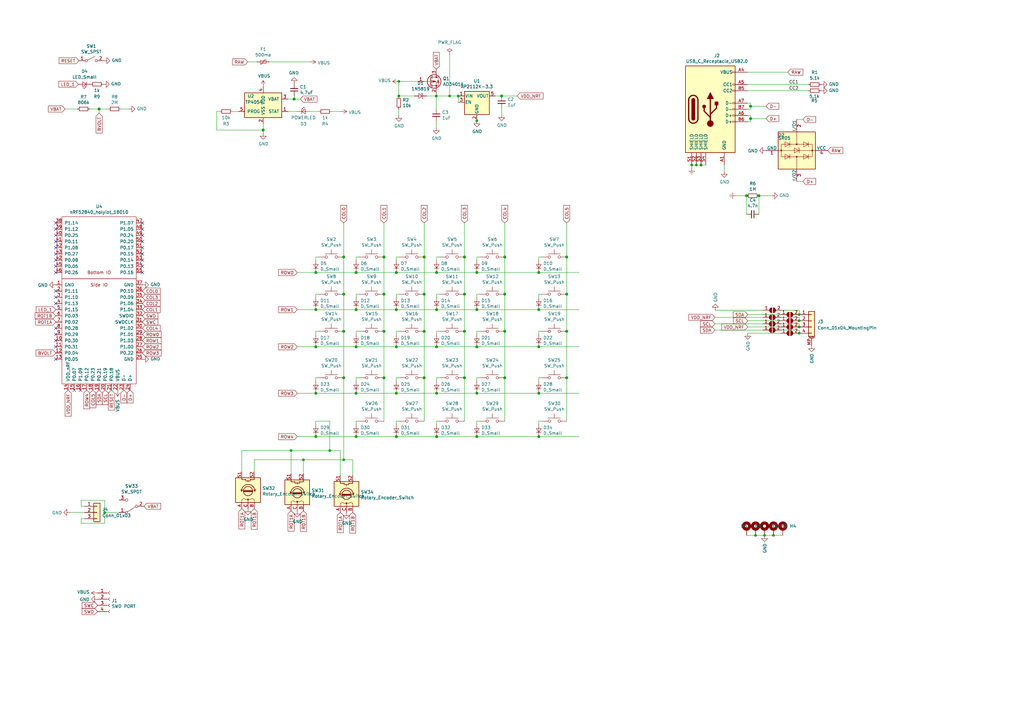
<source format=kicad_sch>
(kicad_sch (version 20211123) (generator eeschema)
  (paper "A3")
  (title_block (title "Hakea Wireless Keyboard") (date "2022-01-09") (rev "1.0") (company "TKW"))
  (junction (at 162.56 179.07) (diameter 1.016))
  (junction (at 179.07 179.07) (diameter 1.016))
  (junction (at 307.848 48.641) (diameter 1.016))
  (junction (at 135.255 184.785))
  (junction (at 163.576 33.401))
  (junction (at 207.01 120.65) (diameter 1.016))
  (junction (at 173.99 154.94) (diameter 1.016))
  (junction (at 317.246 219.583))
  (junction (at 195.58 142.24) (diameter 1.016))
  (junction (at 187.96 39.37))
  (junction (at 124.46 188.595))
  (junction (at 162.56 111.76) (diameter 1.016))
  (junction (at 129.54 142.24) (diameter 1.016))
  (junction (at 207.01 135.89) (diameter 1.016))
  (junction (at 129.54 161.29) (diameter 1.016))
  (junction (at 190.5 154.94) (diameter 1.016))
  (junction (at 140.97 105.41) (diameter 1.016))
  (junction (at 287.528 67.691))
  (junction (at 162.56 142.24) (diameter 1.016))
  (junction (at 146.05 161.29) (diameter 1.016))
  (junction (at 129.54 127) (diameter 1.016))
  (junction (at 163.576 39.37))
  (junction (at 307.848 43.561) (diameter 1.016))
  (junction (at 195.58 49.53))
  (junction (at 146.05 179.07) (diameter 1.016))
  (junction (at 311.277 80.264) (diameter 1.016))
  (junction (at 220.98 179.07) (diameter 1.016))
  (junction (at 309.88 219.583))
  (junction (at 179.07 127) (diameter 1.016))
  (junction (at 232.41 135.89) (diameter 1.016))
  (junction (at 283.718 67.691))
  (junction (at 140.97 154.94) (diameter 1.016))
  (junction (at 146.05 142.24) (diameter 1.016))
  (junction (at 173.99 135.89) (diameter 1.016))
  (junction (at 327.787 136.652))
  (junction (at 107.95 53.34) (diameter 1.016))
  (junction (at 119.38 184.785))
  (junction (at 190.5 105.41) (diameter 1.016))
  (junction (at 190.5 135.89) (diameter 1.016))
  (junction (at 173.99 105.41) (diameter 1.016))
  (junction (at 195.58 179.07) (diameter 1.016))
  (junction (at 195.58 111.76) (diameter 1.016))
  (junction (at 179.07 111.76) (diameter 1.016))
  (junction (at 120.65 40.64) (diameter 1.016))
  (junction (at 207.01 154.94) (diameter 1.016))
  (junction (at 327.787 129.032))
  (junction (at 140.97 135.89) (diameter 1.016))
  (junction (at 220.98 127) (diameter 1.016))
  (junction (at 220.98 111.76) (diameter 1.016))
  (junction (at 190.5 120.65) (diameter 1.016))
  (junction (at 157.48 135.89) (diameter 1.016))
  (junction (at 157.48 154.94) (diameter 1.016))
  (junction (at 220.98 161.29) (diameter 1.016))
  (junction (at 220.98 142.24) (diameter 1.016))
  (junction (at 129.54 111.76) (diameter 1.016))
  (junction (at 146.05 127) (diameter 1.016))
  (junction (at 40.64 44.704) (diameter 1.016))
  (junction (at 207.01 105.41) (diameter 1.016))
  (junction (at 178.943 39.37))
  (junction (at 232.41 105.41) (diameter 1.016))
  (junction (at 195.58 127) (diameter 1.016))
  (junction (at 179.07 142.24) (diameter 1.016))
  (junction (at 306.197 80.264) (diameter 1.016))
  (junction (at 162.56 161.29) (diameter 1.016))
  (junction (at 313.563 219.583))
  (junction (at 140.97 120.65) (diameter 1.016))
  (junction (at 232.41 154.94) (diameter 1.016))
  (junction (at 195.58 161.29) (diameter 1.016))
  (junction (at 327.787 134.112))
  (junction (at 42.926 210.185))
  (junction (at 157.48 105.41) (diameter 1.016))
  (junction (at 146.05 111.76) (diameter 1.016))
  (junction (at 285.623 67.691))
  (junction (at 157.48 120.65) (diameter 1.016))
  (junction (at 327.787 131.572))
  (junction (at 162.56 127) (diameter 1.016))
  (junction (at 184.404 39.37))
  (junction (at 173.99 120.65) (diameter 1.016))
  (junction (at 129.54 179.07) (diameter 1.016))
  (junction (at 205.74 39.37) (diameter 1.016))
  (junction (at 140.97 188.595))
  (junction (at 232.41 120.65) (diameter 1.016))
  (junction (at 179.07 161.29) (diameter 1.016))
  (no_connect (at 22.86 96.52))
  (no_connect (at 22.86 93.98))
  (no_connect (at 22.86 101.6))
  (no_connect (at 22.86 99.06))
  (no_connect (at 22.86 91.44))
  (no_connect (at 58.42 96.52))
  (no_connect (at 58.42 99.06))
  (no_connect (at 58.42 101.6))
  (no_connect (at 58.42 106.68))
  (no_connect (at 58.42 91.44))
  (no_connect (at 58.42 93.98))
  (no_connect (at 58.42 104.14))
  (no_connect (at 58.42 109.22))
  (no_connect (at 58.42 111.76))
  (no_connect (at 22.86 104.14))
  (no_connect (at 22.86 106.68))
  (no_connect (at 22.86 109.22))
  (no_connect (at 22.86 111.76))
  (no_connect (at 30.48 160.02))
  (no_connect (at 22.86 137.16))
  (no_connect (at 22.86 139.7))
  (no_connect (at 22.86 142.24))
  (no_connect (at 22.86 147.32))
  (no_connect (at 33.02 160.02))
  (no_connect (at 22.86 124.46))
  (no_connect (at 22.86 121.92))
  (no_connect (at 22.86 119.38))
  (no_connect (at 22.86 134.62))
  (wire (pts (xy 190.5 120.65) (xy 190.5 135.89)))
  (wire (pts (xy 232.41 135.89) (xy 232.41 154.94)))
  (wire (pts (xy 306.197 219.583) (xy 309.88 219.583)))
  (wire (pts (xy 220.98 127) (xy 237.49 127)))
  (wire (pts (xy 129.54 135.89) (xy 130.81 135.89)))
  (wire (pts (xy 307.848 42.291) (xy 307.848 43.561)))
  (wire (pts (xy 306.578 42.291) (xy 307.848 42.291)))
  (wire (pts (xy 36.83 44.704) (xy 40.64 44.704)))
  (wire (pts (xy 163.576 33.401) (xy 171.323 33.401)))
  (wire (pts (xy 220.98 154.94) (xy 222.25 154.94)))
  (wire (pts (xy 220.98 142.24) (xy 237.49 142.24)))
  (wire (pts (xy 162.56 111.76) (xy 179.07 111.76)))
  (wire (pts (xy 120.65 40.64) (xy 123.19 40.64)))
  (wire (pts (xy 95.25 45.72) (xy 97.79 45.72)))
  (wire (pts (xy 140.97 91.44) (xy 140.97 105.41)))
  (wire (pts (xy 195.58 154.94) (xy 196.85 154.94)))
  (wire (pts (xy 88.9 45.72) (xy 88.9 53.34)))
  (wire (pts (xy 195.58 49.53) (xy 195.58 49.784)))
  (wire (pts (xy 190.5 105.41) (xy 190.5 120.65)))
  (wire (pts (xy 220.98 179.07) (xy 237.49 179.07)))
  (wire (pts (xy 207.01 91.44) (xy 207.01 105.41)))
  (wire (pts (xy 307.848 43.561) (xy 314.198 43.561)))
  (wire (pts (xy 40.64 44.704) (xy 40.64 46.482)))
  (wire (pts (xy 179.07 172.72) (xy 180.34 172.72)))
  (wire (pts (xy 311.277 87.884) (xy 311.277 80.264)))
  (wire (pts (xy 129.54 105.41) (xy 130.81 105.41)))
  (wire (pts (xy 306.705 129.032) (xy 320.167 129.032)))
  (wire (pts (xy 129.54 172.72) (xy 135.255 172.72)))
  (wire (pts (xy 179.07 161.29) (xy 195.58 161.29)))
  (wire (pts (xy 220.98 106.68) (xy 220.98 105.41)))
  (wire (pts (xy 49.53 44.704) (xy 52.832 44.704)))
  (wire (pts (xy 307.848 44.831) (xy 306.578 44.831)))
  (wire (pts (xy 306.197 80.264) (xy 306.197 87.884)))
  (wire (pts (xy 121.92 161.29) (xy 129.54 161.29)))
  (wire (pts (xy 220.98 121.92) (xy 220.98 120.65)))
  (wire (pts (xy 162.56 142.24) (xy 179.07 142.24)))
  (wire (pts (xy 195.58 161.29) (xy 220.98 161.29)))
  (wire (pts (xy 162.56 121.92) (xy 162.56 120.65)))
  (wire (pts (xy 129.54 137.16) (xy 129.54 135.89)))
  (wire (pts (xy 195.58 46.863) (xy 195.58 49.53)))
  (wire (pts (xy 306.578 47.371) (xy 307.848 47.371)))
  (wire (pts (xy 173.99 135.89) (xy 173.99 154.94)))
  (wire (pts (xy 179.07 120.65) (xy 180.34 120.65)))
  (wire (pts (xy 178.943 49.784) (xy 178.943 52.324)))
  (wire (pts (xy 195.58 111.76) (xy 220.98 111.76)))
  (wire (pts (xy 118.11 40.64) (xy 120.65 40.64)))
  (wire (pts (xy 129.54 173.99) (xy 129.54 172.72)))
  (wire (pts (xy 162.56 154.94) (xy 163.83 154.94)))
  (wire (pts (xy 195.58 137.16) (xy 195.58 135.89)))
  (wire (pts (xy 195.58 120.65) (xy 196.85 120.65)))
  (wire (pts (xy 42.926 210.185) (xy 48.895 210.185)))
  (wire (pts (xy 163.576 33.401) (xy 163.576 39.37)))
  (wire (pts (xy 119.38 184.785) (xy 135.255 184.785)))
  (wire (pts (xy 119.38 194.31) (xy 119.38 184.785)))
  (wire (pts (xy 140.97 120.65) (xy 140.97 135.89)))
  (wire (pts (xy 162.56 179.07) (xy 179.07 179.07)))
  (wire (pts (xy 184.404 22.479) (xy 184.404 39.37)))
  (wire (pts (xy 320.548 132.842) (xy 327.787 132.842)))
  (wire (pts (xy 195.58 172.72) (xy 196.85 172.72)))
  (wire (pts (xy 179.07 135.89) (xy 180.34 135.89)))
  (wire (pts (xy 162.56 135.89) (xy 163.83 135.89)))
  (wire (pts (xy 285.623 67.691) (xy 287.528 67.691)))
  (wire (pts (xy 163.576 39.37) (xy 163.576 39.624)))
  (wire (pts (xy 220.98 156.21) (xy 220.98 154.94)))
  (wire (pts (xy 220.98 120.65) (xy 222.25 120.65)))
  (wire (pts (xy 293.243 130.175) (xy 312.928 130.175)))
  (wire (pts (xy 195.58 173.99) (xy 195.58 172.72)))
  (wire (pts (xy 207.01 154.94) (xy 207.01 172.72)))
  (wire (pts (xy 195.58 135.89) (xy 196.85 135.89)))
  (wire (pts (xy 205.74 44.45) (xy 205.74 46.99)))
  (wire (pts (xy 162.56 106.68) (xy 162.56 105.41)))
  (wire (pts (xy 162.56 105.41) (xy 163.83 105.41)))
  (wire (pts (xy 220.98 137.16) (xy 220.98 135.89)))
  (wire (pts (xy 179.07 154.94) (xy 180.34 154.94)))
  (wire (pts (xy 146.05 137.16) (xy 146.05 135.89)))
  (wire (pts (xy 157.48 120.65) (xy 157.48 135.89)))
  (wire (pts (xy 173.99 105.41) (xy 173.99 120.65)))
  (wire (pts (xy 129.54 154.94) (xy 130.81 154.94)))
  (wire (pts (xy 207.01 105.41) (xy 207.01 120.65)))
  (wire (pts (xy 28.702 210.185) (xy 34.671 210.185)))
  (wire (pts (xy 163.576 44.704) (xy 163.576 47.244)))
  (wire (pts (xy 129.54 179.07) (xy 146.05 179.07)))
  (wire (pts (xy 129.54 106.68) (xy 129.54 105.41)))
  (wire (pts (xy 162.56 156.21) (xy 162.56 154.94)))
  (wire (pts (xy 104.267 188.595) (xy 124.46 188.595)))
  (wire (pts (xy 207.01 135.89) (xy 207.01 154.94)))
  (wire (pts (xy 162.56 173.99) (xy 162.56 172.72)))
  (wire (pts (xy 327.787 132.842) (xy 327.787 134.112)))
  (wire (pts (xy 101.6 25.4) (xy 105.41 25.4)))
  (wire (pts (xy 195.58 127) (xy 220.98 127)))
  (wire (pts (xy 118.11 45.72) (xy 121.92 45.72)))
  (wire (pts (xy 195.58 105.41) (xy 196.85 105.41)))
  (wire (pts (xy 107.95 50.8) (xy 107.95 53.34)))
  (wire (pts (xy 293.37 127.254) (xy 313.055 127.254)))
  (wire (pts (xy 90.17 45.72) (xy 88.9 45.72)))
  (wire (pts (xy 135.255 172.72) (xy 135.255 184.785)))
  (wire (pts (xy 139.573 184.785) (xy 135.255 184.785)))
  (wire (pts (xy 139.573 194.945) (xy 139.573 184.785)))
  (wire (pts (xy 129.54 121.92) (xy 129.54 120.65)))
  (wire (pts (xy 220.98 173.99) (xy 220.98 172.72)))
  (wire (pts (xy 306.705 136.652) (xy 320.167 136.652)))
  (wire (pts (xy 40.64 44.704) (xy 44.45 44.704)))
  (wire (pts (xy 173.99 120.65) (xy 173.99 135.89)))
  (wire (pts (xy 146.05 120.65) (xy 147.32 120.65)))
  (wire (pts (xy 306.705 131.572) (xy 320.167 131.572)))
  (wire (pts (xy 146.05 156.21) (xy 146.05 154.94)))
  (wire (pts (xy 175.006 39.37) (xy 178.943 39.37)))
  (wire (pts (xy 99.187 184.785) (xy 119.38 184.785)))
  (wire (pts (xy 220.98 111.76) (xy 237.49 111.76)))
  (wire (pts (xy 99.187 193.421) (xy 99.187 184.785)))
  (wire (pts (xy 163.576 39.37) (xy 169.926 39.37)))
  (wire (pts (xy 146.05 173.99) (xy 146.05 172.72)))
  (wire (pts (xy 326.771 74.422) (xy 329.311 74.422)))
  (wire (pts (xy 107.95 53.34) (xy 107.95 54.61)))
  (wire (pts (xy 178.943 39.37) (xy 178.943 44.704)))
  (wire (pts (xy 220.98 172.72) (xy 222.25 172.72)))
  (wire (pts (xy 129.54 142.24) (xy 146.05 142.24)))
  (wire (pts (xy 179.07 173.99) (xy 179.07 172.72)))
  (wire (pts (xy 162.56 161.29) (xy 179.07 161.29)))
  (wire (pts (xy 179.07 142.24) (xy 195.58 142.24)))
  (wire (pts (xy 146.05 106.68) (xy 146.05 105.41)))
  (wire (pts (xy 283.718 67.691) (xy 285.623 67.691)))
  (wire (pts (xy 232.41 105.41) (xy 232.41 120.65)))
  (wire (pts (xy 195.58 156.21) (xy 195.58 154.94)))
  (wire (pts (xy 320.548 130.175) (xy 327.787 130.175)))
  (wire (pts (xy 301.752 80.264) (xy 306.197 80.264)))
  (wire (pts (xy 146.05 111.76) (xy 162.56 111.76)))
  (wire (pts (xy 205.74 39.37) (xy 212.09 39.37)))
  (wire (pts (xy 190.5 154.94) (xy 190.5 172.72)))
  (wire (pts (xy 146.05 135.89) (xy 147.32 135.89)))
  (wire (pts (xy 195.58 106.68) (xy 195.58 105.41)))
  (wire (pts (xy 232.41 91.44) (xy 232.41 105.41)))
  (wire (pts (xy 146.05 154.94) (xy 147.32 154.94)))
  (wire (pts (xy 157.48 154.94) (xy 157.48 172.72)))
  (wire (pts (xy 162.56 127) (xy 179.07 127)))
  (wire (pts (xy 146.05 161.29) (xy 162.56 161.29)))
  (wire (pts (xy 287.528 67.691) (xy 289.433 67.691)))
  (wire (pts (xy 195.58 121.92) (xy 195.58 120.65)))
  (wire (pts (xy 179.07 179.07) (xy 195.58 179.07)))
  (wire (pts (xy 121.92 179.07) (xy 129.54 179.07)))
  (wire (pts (xy 144.653 194.945) (xy 144.653 188.595)))
  (wire (pts (xy 144.653 188.595) (xy 140.97 188.595)))
  (wire (pts (xy 323.088 29.591) (xy 306.578 29.591)))
  (wire (pts (xy 157.48 91.44) (xy 157.48 105.41)))
  (wire (pts (xy 283.718 68.961) (xy 283.718 67.691)))
  (wire (pts (xy 33.274 214.63) (xy 42.926 214.63)))
  (wire (pts (xy 146.05 121.92) (xy 146.05 120.65)))
  (wire (pts (xy 327.787 135.382) (xy 327.787 136.652)))
  (wire (pts (xy 140.97 105.41) (xy 140.97 120.65)))
  (wire (pts (xy 306.578 34.671) (xy 331.597 34.671)))
  (wire (pts (xy 317.246 219.583) (xy 321.056 219.583)))
  (wire (pts (xy 184.404 39.37) (xy 187.96 39.37)))
  (wire (pts (xy 293.243 135.382) (xy 312.928 135.382)))
  (wire (pts (xy 203.2 39.37) (xy 205.74 39.37)))
  (wire (pts (xy 110.49 25.4) (xy 127 25.4)))
  (wire (pts (xy 146.05 172.72) (xy 147.32 172.72)))
  (wire (pts (xy 306.705 134.112) (xy 320.167 134.112)))
  (wire (pts (xy 320.675 127.254) (xy 327.787 127.254)))
  (wire (pts (xy 178.943 38.481) (xy 178.943 39.37)))
  (wire (pts (xy 104.267 193.421) (xy 104.267 188.595)))
  (wire (pts (xy 127 45.72) (xy 130.81 45.72)))
  (wire (pts (xy 313.563 219.583) (xy 317.246 219.583)))
  (wire (pts (xy 179.07 106.68) (xy 179.07 105.41)))
  (wire (pts (xy 320.548 135.382) (xy 327.787 135.382)))
  (wire (pts (xy 327.787 127.254) (xy 327.787 129.032)))
  (wire (pts (xy 120.65 39.37) (xy 120.65 40.64)))
  (wire (pts (xy 293.243 132.842) (xy 312.928 132.842)))
  (wire (pts (xy 307.848 47.371) (xy 307.848 48.641)))
  (wire (pts (xy 178.943 39.37) (xy 184.404 39.37)))
  (wire (pts (xy 190.5 91.44) (xy 190.5 105.41)))
  (wire (pts (xy 121.92 127) (xy 129.54 127)))
  (wire (pts (xy 42.926 205.232) (xy 33.274 205.232)))
  (wire (pts (xy 232.41 120.65) (xy 232.41 135.89)))
  (wire (pts (xy 157.48 135.89) (xy 157.48 154.94)))
  (wire (pts (xy 42.926 210.185) (xy 42.926 205.232)))
  (wire (pts (xy 220.98 105.41) (xy 222.25 105.41)))
  (wire (pts (xy 26.67 44.704) (xy 31.75 44.704)))
  (wire (pts (xy 140.97 135.89) (xy 140.97 154.94)))
  (wire (pts (xy 326.771 49.022) (xy 329.311 49.022)))
  (wire (pts (xy 220.98 135.89) (xy 222.25 135.89)))
  (wire (pts (xy 307.848 48.641) (xy 307.848 49.911)))
  (wire (pts (xy 179.07 111.76) (xy 195.58 111.76)))
  (wire (pts (xy 187.96 39.37) (xy 187.96 41.91)))
  (wire (pts (xy 88.9 53.34) (xy 107.95 53.34)))
  (wire (pts (xy 162.56 137.16) (xy 162.56 135.89)))
  (wire (pts (xy 129.54 127) (xy 146.05 127)))
  (wire (pts (xy 179.07 105.41) (xy 180.34 105.41)))
  (wire (pts (xy 195.58 142.24) (xy 220.98 142.24)))
  (wire (pts (xy 129.54 156.21) (xy 129.54 154.94)))
  (wire (pts (xy 146.05 127) (xy 162.56 127)))
  (wire (pts (xy 121.92 142.24) (xy 129.54 142.24)))
  (wire (pts (xy 306.578 37.211) (xy 331.597 37.211)))
  (wire (pts (xy 129.54 161.29) (xy 146.05 161.29)))
  (wire (pts (xy 129.54 120.65) (xy 130.81 120.65)))
  (wire (pts (xy 121.92 111.76) (xy 129.54 111.76)))
  (wire (pts (xy 140.97 154.94) (xy 140.97 188.595)))
  (wire (pts (xy 124.46 194.31) (xy 124.46 188.595)))
  (wire (pts (xy 124.46 188.595) (xy 140.97 188.595)))
  (wire (pts (xy 173.99 91.44) (xy 173.99 105.41)))
  (wire (pts (xy 297.053 67.691) (xy 297.053 70.231)))
  (wire (pts (xy 232.41 154.94) (xy 232.41 172.72)))
  (wire (pts (xy 162.56 172.72) (xy 163.83 172.72)))
  (wire (pts (xy 309.88 219.583) (xy 313.563 219.583)))
  (wire (pts (xy 327.787 130.175) (xy 327.787 131.572)))
  (wire (pts (xy 34.671 212.725) (xy 33.274 212.725)))
  (wire (pts (xy 33.274 212.725) (xy 33.274 214.63)))
  (wire (pts (xy 33.274 205.232) (xy 33.274 207.645)))
  (wire (pts (xy 173.99 154.94) (xy 173.99 172.72)))
  (wire (pts (xy 307.848 49.911) (xy 306.578 49.911)))
  (wire (pts (xy 195.58 179.07) (xy 220.98 179.07)))
  (wire (pts (xy 179.07 156.21) (xy 179.07 154.94)))
  (wire (pts (xy 146.05 179.07) (xy 162.56 179.07)))
  (wire (pts (xy 135.89 45.72) (xy 139.7 45.72)))
  (wire (pts (xy 33.274 207.645) (xy 34.671 207.645)))
  (wire (pts (xy 220.98 161.29) (xy 237.49 161.29)))
  (wire (pts (xy 129.54 111.76) (xy 146.05 111.76)))
  (wire (pts (xy 307.848 43.561) (xy 307.848 44.831)))
  (wire (pts (xy 179.07 137.16) (xy 179.07 135.89)))
  (wire (pts (xy 179.07 121.92) (xy 179.07 120.65)))
  (wire (pts (xy 42.926 214.63) (xy 42.926 210.185)))
  (wire (pts (xy 146.05 105.41) (xy 147.32 105.41)))
  (wire (pts (xy 179.07 127) (xy 195.58 127)))
  (wire (pts (xy 162.56 120.65) (xy 163.83 120.65)))
  (wire (pts (xy 207.01 120.65) (xy 207.01 135.89)))
  (wire (pts (xy 311.277 80.264) (xy 316.357 80.264)))
  (wire (pts (xy 146.05 142.24) (xy 162.56 142.24)))
  (wire (pts (xy 157.48 105.41) (xy 157.48 120.65)))
  (wire (pts (xy 307.848 48.641) (xy 314.198 48.641)))
  (wire (pts (xy 190.5 135.89) (xy 190.5 154.94)))
  (label "CC1" (at 323.596 34.671 0))
  (label "CC2" (at 323.596 37.211 0))
  (global_label "SCL" (shape input) (at 306.705 131.572 180) (property "Intersheet References" "${INTERSHEET_REFS}" (effects hide)))
  (global_label "D-" (shape input) (at 329.311 49.022 0) (property "Intersheet References" "${INTERSHEET_REFS}" (effects hide)))
  (global_label "ROW4" (shape input) (at 121.92 179.07 180) (property "Intersheet References" "${INTERSHEET_REFS}" (effects hide)))
  (global_label "SCL" (shape input) (at 43.18 160.02 270) (property "Intersheet References" "${INTERSHEET_REFS}" (effects hide)))
  (global_label "ROT1A" (shape input) (at 99.187 208.661 270) (property "Intersheet References" "${INTERSHEET_REFS}" (effects hide)))
  (global_label "COL0" (shape input) (at 140.97 91.44 90) (property "Intersheet References" "${INTERSHEET_REFS}" (effects hide)))
  (global_label "VBAT" (shape input) (at 178.943 28.321 90) (property "Intersheet References" "${INTERSHEET_REFS}" (effects hide)))
  (global_label "D-" (shape input) (at 314.198 43.561 0) (property "Intersheet References" "${INTERSHEET_REFS}" (effects hide)))
  (global_label "VDD_NRF" (shape input) (at 306.705 134.112 180) (property "Intersheet References" "${INTERSHEET_REFS}" (effects hide)))
  (global_label "COL2" (shape input) (at 58.42 124.46 0) (property "Intersheet References" "${INTERSHEET_REFS}" (effects hide)))
  (global_label "BVOLT" (shape input) (at 40.64 46.482 270) (property "Intersheet References" "${INTERSHEET_REFS}" (effects hide)))
  (global_label "LED_1" (shape input) (at 22.86 127 180) (property "Intersheet References" "${INTERSHEET_REFS}" (effects hide)))
  (global_label "ROW4" (shape input) (at 35.56 160.02 270) (property "Intersheet References" "${INTERSHEET_REFS}" (effects hide)))
  (global_label "COL3" (shape input) (at 58.42 121.92 0) (property "Intersheet References" "${INTERSHEET_REFS}" (effects hide)))
  (global_label "ROW2" (shape input) (at 121.92 142.24 180) (property "Intersheet References" "${INTERSHEET_REFS}" (effects hide)))
  (global_label "COL1" (shape input) (at 58.42 127 0) (property "Intersheet References" "${INTERSHEET_REFS}" (effects hide)))
  (global_label "SDA" (shape input) (at 293.243 135.382 180) (property "Intersheet References" "${INTERSHEET_REFS}" (effects hide)))
  (global_label "LED_1" (shape input) (at 32.131 34.544 180) (property "Intersheet References" "${INTERSHEET_REFS}" (effects hide)))
  (global_label "ROT1A" (shape input) (at 119.38 209.55 270) (property "Intersheet References" "${INTERSHEET_REFS}" (effects hide)))
  (global_label "ROT1A" (shape input) (at 139.573 210.185 270) (property "Intersheet References" "${INTERSHEET_REFS}" (effects hide)))
  (global_label "ROT1B" (shape input) (at 22.86 129.54 180) (property "Intersheet References" "${INTERSHEET_REFS}" (effects hide)))
  (global_label "ROW3" (shape input) (at 121.92 161.29 180) (property "Intersheet References" "${INTERSHEET_REFS}" (effects hide)))
  (global_label "COL4" (shape input) (at 58.42 134.62 0) (property "Intersheet References" "${INTERSHEET_REFS}" (effects hide)))
  (global_label "COL1" (shape input) (at 157.48 91.44 90) (property "Intersheet References" "${INTERSHEET_REFS}" (effects hide)))
  (global_label "ROW3" (shape input) (at 58.42 144.78 0) (property "Intersheet References" "${INTERSHEET_REFS}" (effects hide)))
  (global_label "COL4" (shape input) (at 207.01 91.44 90) (property "Intersheet References" "${INTERSHEET_REFS}" (effects hide)))
  (global_label "D+" (shape input) (at 314.198 48.641 0) (property "Intersheet References" "${INTERSHEET_REFS}" (effects hide)))
  (global_label "D+" (shape input) (at 53.34 160.02 270) (property "Intersheet References" "${INTERSHEET_REFS}" (effects hide)))
  (global_label "ROW0" (shape input) (at 121.92 111.76 180) (property "Intersheet References" "${INTERSHEET_REFS}" (effects hide)))
  (global_label "COL5" (shape input) (at 232.41 91.44 90) (property "Intersheet References" "${INTERSHEET_REFS}" (effects hide)))
  (global_label "VDD_NRF" (shape input) (at 293.243 130.175 180) (property "Intersheet References" "${INTERSHEET_REFS}" (effects hide)))
  (global_label "RESET" (shape input) (at 32.385 24.892 180) (property "Intersheet References" "${INTERSHEET_REFS}" (effects hide)))
  (global_label "RAW" (shape input) (at 101.6 25.4 180) (property "Intersheet References" "${INTERSHEET_REFS}" (effects hide)))
  (global_label "SCL" (shape input) (at 293.243 132.842 180) (property "Intersheet References" "${INTERSHEET_REFS}" (effects hide)))
  (global_label "VBAT" (shape input) (at 123.19 40.64 0) (property "Intersheet References" "${INTERSHEET_REFS}" (effects hide)))
  (global_label "BVOLT" (shape input) (at 22.86 144.78 180) (property "Intersheet References" "${INTERSHEET_REFS}" (effects hide)))
  (global_label "VBAT" (shape input) (at 59.055 207.645 0) (property "Intersheet References" "${INTERSHEET_REFS}" (effects hide)))
  (global_label "SWD" (shape input) (at 40.005 250.825 180) (property "Intersheet References" "${INTERSHEET_REFS}" (effects hide)))
  (global_label "VDD_NRF" (shape input) (at 212.09 39.37 0) (property "Intersheet References" "${INTERSHEET_REFS}" (effects hide)))
  (global_label "ROT1B" (shape input) (at 104.267 208.661 270) (property "Intersheet References" "${INTERSHEET_REFS}" (effects hide)))
  (global_label "SDA" (shape input) (at 306.705 129.032 180) (property "Intersheet References" "${INTERSHEET_REFS}" (effects hide)))
  (global_label "ROW1" (shape input) (at 58.42 139.7 0) (property "Intersheet References" "${INTERSHEET_REFS}" (effects hide)))
  (global_label "VBAT" (shape input) (at 26.67 44.704 180) (property "Intersheet References" "${INTERSHEET_REFS}" (effects hide)))
  (global_label "SDA" (shape input) (at 40.64 160.02 270) (property "Intersheet References" "${INTERSHEET_REFS}" (effects hide)))
  (global_label "D+" (shape input) (at 329.311 74.422 0) (property "Intersheet References" "${INTERSHEET_REFS}" (effects hide)))
  (global_label "VDD_NRF" (shape input) (at 27.94 160.02 270) (property "Intersheet References" "${INTERSHEET_REFS}" (effects hide)))
  (global_label "RAW" (shape input) (at 339.471 61.722 0) (property "Intersheet References" "${INTERSHEET_REFS}" (effects hide)))
  (global_label "SWD" (shape input) (at 58.42 129.54 0) (property "Intersheet References" "${INTERSHEET_REFS}" (effects hide)))
  (global_label "ROW0" (shape input) (at 58.42 137.16 0) (property "Intersheet References" "${INTERSHEET_REFS}" (effects hide)))
  (global_label "COL3" (shape input) (at 190.5 91.44 90) (property "Intersheet References" "${INTERSHEET_REFS}" (effects hide)))
  (global_label "ROT1A" (shape input) (at 22.86 132.08 180) (property "Intersheet References" "${INTERSHEET_REFS}" (effects hide)))
  (global_label "COL5" (shape input) (at 38.1 160.02 270) (property "Intersheet References" "${INTERSHEET_REFS}" (effects hide)))
  (global_label "RESET" (shape input) (at 45.72 160.02 270) (property "Intersheet References" "${INTERSHEET_REFS}" (effects hide)))
  (global_label "RAW" (shape input) (at 323.088 29.591 0) (property "Intersheet References" "${INTERSHEET_REFS}" (effects hide)))
  (global_label "ROT1B" (shape input) (at 144.653 210.185 270) (property "Intersheet References" "${INTERSHEET_REFS}" (effects hide)))
  (global_label "ROW2" (shape input) (at 58.42 142.24 0) (property "Intersheet References" "${INTERSHEET_REFS}" (effects hide)))
  (global_label "D-" (shape input) (at 50.8 160.02 270) (property "Intersheet References" "${INTERSHEET_REFS}" (effects hide)))
  (global_label "ROW1" (shape input) (at 121.92 127 180) (property "Intersheet References" "${INTERSHEET_REFS}" (effects hide)))
  (global_label "SWC" (shape input) (at 58.42 132.08 0) (property "Intersheet References" "${INTERSHEET_REFS}" (effects hide)))
  (global_label "ROT1B" (shape input) (at 124.46 209.55 270) (property "Intersheet References" "${INTERSHEET_REFS}" (effects hide)))
  (global_label "SWC" (shape input) (at 40.005 248.285 180) (property "Intersheet References" "${INTERSHEET_REFS}" (effects hide)))
  (global_label "COL2" (shape input) (at 173.99 91.44 90) (property "Intersheet References" "${INTERSHEET_REFS}" (effects hide)))
  (global_label "COL0" (shape input) (at 58.42 119.38 0) (property "Intersheet References" "${INTERSHEET_REFS}" (effects hide)))
  (symbol (lib_id "Switch:SW_Push") (at 135.89 105.41 0) (unit 1)
    (property "Reference" "SW2" (at 135.89 98.171 0))
    (property "Value" "SW_Push" (at 135.89 100.4824 0))
    (property "Footprint" "Library:MX-1U-Hotswap" (effects hide))
  )
  (symbol (lib_id "Device:D_Small") (at 129.54 109.22 90) (unit 1)
    (property "Reference" "D5" (at 131.318 108.0516 90) (effects (justify right)))
    (property "Value" "D_Small" (at 131.318 110.363 90) (effects (justify right)))
    (property "Footprint" "Library:D_SOD-123" (effects hide))
  )
  (symbol (lib_id "Switch:SW_Push") (at 152.4 105.41 0) (unit 1)
    (property "Reference" "SW3" (at 152.4 98.171 0))
    (property "Value" "SW_Push" (at 152.4 100.4824 0))
    (property "Footprint" "Library:MX-1U-Hotswap" (effects hide))
  )
  (symbol (lib_id "Device:D_Small") (at 146.05 109.22 90) (unit 1)
    (property "Reference" "D6" (at 147.828 108.0516 90) (effects (justify right)))
    (property "Value" "D_Small" (at 147.828 110.363 90) (effects (justify right)))
    (property "Footprint" "Library:D_SOD-123" (effects hide))
  )
  (symbol (lib_id "Switch:SW_Push") (at 135.89 120.65 0) (unit 1)
    (property "Reference" "SW8" (at 135.89 113.411 0))
    (property "Value" "SW_Push" (at 135.89 115.7224 0))
    (property "Footprint" "Library:MX-1U-Hotswap" (effects hide))
  )
  (symbol (lib_id "Device:D_Small") (at 129.54 124.46 90) (unit 1)
    (property "Reference" "D11" (at 131.318 123.2916 90) (effects (justify right)))
    (property "Value" "D_Small" (at 131.318 125.603 90) (effects (justify right)))
    (property "Footprint" "Library:D_SOD-123" (effects hide))
  )
  (symbol (lib_id "Switch:SW_Push") (at 152.4 120.65 0) (unit 1)
    (property "Reference" "SW9" (at 152.4 113.411 0))
    (property "Value" "SW_Push" (at 152.4 115.7224 0))
    (property "Footprint" "Library:MX-1U-Hotswap" (effects hide))
  )
  (symbol (lib_id "Device:D_Small") (at 146.05 124.46 90) (unit 1)
    (property "Reference" "D12" (at 147.828 123.2916 90) (effects (justify right)))
    (property "Value" "D_Small" (at 147.828 125.603 90) (effects (justify right)))
    (property "Footprint" "Library:D_SOD-123" (effects hide))
  )
  (symbol (lib_id "Switch:SW_Push") (at 168.91 105.41 0) (unit 1)
    (property "Reference" "SW4" (at 168.91 98.171 0))
    (property "Value" "SW_Push" (at 168.91 100.4824 0))
    (property "Footprint" "Library:MX-1U-Hotswap" (effects hide))
  )
  (symbol (lib_id "Device:D_Small") (at 162.56 109.22 90) (unit 1)
    (property "Reference" "D7" (at 164.338 108.0516 90) (effects (justify right)))
    (property "Value" "D_Small" (at 164.338 110.363 90) (effects (justify right)))
    (property "Footprint" "Library:D_SOD-123" (effects hide))
  )
  (symbol (lib_id "Switch:SW_Push") (at 185.42 105.41 0) (unit 1)
    (property "Reference" "SW5" (at 185.42 98.171 0))
    (property "Value" "SW_Push" (at 185.42 100.4824 0))
    (property "Footprint" "Library:MX-1U-Hotswap" (effects hide))
  )
  (symbol (lib_id "Device:D_Small") (at 179.07 109.22 90) (unit 1)
    (property "Reference" "D8" (at 180.848 108.0516 90) (effects (justify right)))
    (property "Value" "D_Small" (at 180.848 110.363 90) (effects (justify right)))
    (property "Footprint" "Library:D_SOD-123" (effects hide))
  )
  (symbol (lib_id "Switch:SW_Push") (at 168.91 120.65 0) (unit 1)
    (property "Reference" "SW10" (at 168.91 113.411 0))
    (property "Value" "SW_Push" (at 168.91 115.7224 0))
    (property "Footprint" "Library:MX-1U-Hotswap" (effects hide))
  )
  (symbol (lib_id "Device:D_Small") (at 162.56 124.46 90) (unit 1)
    (property "Reference" "D13" (at 164.338 123.2916 90) (effects (justify right)))
    (property "Value" "D_Small" (at 164.338 125.603 90) (effects (justify right)))
    (property "Footprint" "Library:D_SOD-123" (effects hide))
  )
  (symbol (lib_id "Switch:SW_Push") (at 185.42 120.65 0) (unit 1)
    (property "Reference" "SW11" (at 185.42 113.411 0))
    (property "Value" "SW_Push" (at 185.42 115.7224 0))
    (property "Footprint" "Library:MX-1U-Hotswap" (effects hide))
  )
  (symbol (lib_id "Device:D_Small") (at 179.07 124.46 90) (unit 1)
    (property "Reference" "D14" (at 180.848 123.2916 90) (effects (justify right)))
    (property "Value" "D_Small" (at 180.848 125.603 90) (effects (justify right)))
    (property "Footprint" "Library:D_SOD-123" (effects hide))
  )
  (symbol (lib_id "Switch:SW_Push") (at 135.89 135.89 0) (unit 1)
    (property "Reference" "SW14" (at 135.89 128.651 0))
    (property "Value" "SW_Push" (at 135.89 130.9624 0))
    (property "Footprint" "Library:MX-1U-Hotswap" (effects hide))
  )
  (symbol (lib_id "Device:D_Small") (at 129.54 139.7 90) (unit 1)
    (property "Reference" "D17" (at 131.318 138.5316 90) (effects (justify right)))
    (property "Value" "D_Small" (at 131.318 140.843 90) (effects (justify right)))
    (property "Footprint" "Library:D_SOD-123" (effects hide))
  )
  (symbol (lib_id "Switch:SW_Push") (at 152.4 135.89 0) (unit 1)
    (property "Reference" "SW15" (at 152.4 128.651 0))
    (property "Value" "SW_Push" (at 152.4 130.9624 0))
    (property "Footprint" "Library:MX-1U-Hotswap" (effects hide))
  )
  (symbol (lib_id "Device:D_Small") (at 146.05 139.7 90) (unit 1)
    (property "Reference" "D18" (at 147.828 138.5316 90) (effects (justify right)))
    (property "Value" "D_Small" (at 147.828 140.843 90) (effects (justify right)))
    (property "Footprint" "Library:D_SOD-123" (effects hide))
  )
  (symbol (lib_id "Switch:SW_Push") (at 168.91 135.89 0) (unit 1)
    (property "Reference" "SW16" (at 168.91 128.651 0))
    (property "Value" "SW_Push" (at 168.91 130.9624 0))
    (property "Footprint" "Library:MX-1U-Hotswap" (effects hide))
  )
  (symbol (lib_id "Device:D_Small") (at 162.56 139.7 90) (unit 1)
    (property "Reference" "D19" (at 164.338 138.5316 90) (effects (justify right)))
    (property "Value" "D_Small" (at 164.338 140.843 90) (effects (justify right)))
    (property "Footprint" "Library:D_SOD-123" (effects hide))
  )
  (symbol (lib_id "Switch:SW_Push") (at 185.42 135.89 0) (unit 1)
    (property "Reference" "SW17" (at 185.42 128.651 0))
    (property "Value" "SW_Push" (at 185.42 130.9624 0))
    (property "Footprint" "Library:MX-1U-Hotswap" (effects hide))
  )
  (symbol (lib_id "Device:D_Small") (at 179.07 139.7 90) (unit 1)
    (property "Reference" "D20" (at 180.848 138.5316 90) (effects (justify right)))
    (property "Value" "D_Small" (at 180.848 140.843 90) (effects (justify right)))
    (property "Footprint" "Library:D_SOD-123" (effects hide))
  )
  (symbol (lib_id "Switch:SW_Push") (at 201.93 105.41 0) (unit 1)
    (property "Reference" "SW6" (at 201.93 98.171 0))
    (property "Value" "SW_Push" (at 201.93 100.4824 0))
    (property "Footprint" "Library:MX-1U-Hotswap" (effects hide))
  )
  (symbol (lib_id "Device:D_Small") (at 195.58 109.22 90) (unit 1)
    (property "Reference" "D9" (at 197.358 108.0516 90) (effects (justify right)))
    (property "Value" "D_Small" (at 197.358 110.363 90) (effects (justify right)))
    (property "Footprint" "Library:D_SOD-123" (effects hide))
  )
  (symbol (lib_id "Switch:SW_Push") (at 201.93 120.65 0) (unit 1)
    (property "Reference" "SW12" (at 201.93 113.411 0))
    (property "Value" "SW_Push" (at 201.93 115.7224 0))
    (property "Footprint" "Library:MX-1U-Hotswap" (effects hide))
  )
  (symbol (lib_id "Device:D_Small") (at 195.58 124.46 90) (unit 1)
    (property "Reference" "D15" (at 197.358 123.2916 90) (effects (justify right)))
    (property "Value" "D_Small" (at 197.358 125.603 90) (effects (justify right)))
    (property "Footprint" "Library:D_SOD-123" (effects hide))
  )
  (symbol (lib_id "Switch:SW_Push") (at 201.93 135.89 0) (unit 1)
    (property "Reference" "SW18" (at 201.93 128.651 0))
    (property "Value" "SW_Push" (at 201.93 130.9624 0))
    (property "Footprint" "Library:MX-1U-Hotswap" (effects hide))
  )
  (symbol (lib_id "Device:D_Small") (at 195.58 139.7 90) (unit 1)
    (property "Reference" "D21" (at 197.358 138.5316 90) (effects (justify right)))
    (property "Value" "D_Small" (at 197.358 140.843 90) (effects (justify right)))
    (property "Footprint" "Library:D_SOD-123" (effects hide))
  )
  (symbol (lib_id "Switch:SW_Push") (at 227.33 105.41 0) (unit 1)
    (property "Reference" "SW7" (at 227.33 98.171 0))
    (property "Value" "SW_Push" (at 227.33 100.4824 0))
    (property "Footprint" "Library:MX-1U-Hotswap" (effects hide))
  )
  (symbol (lib_id "Device:D_Small") (at 220.98 109.22 90) (unit 1)
    (property "Reference" "D10" (at 222.758 108.0516 90) (effects (justify right)))
    (property "Value" "D_Small" (at 222.758 110.363 90) (effects (justify right)))
    (property "Footprint" "Library:D_SOD-123" (effects hide))
  )
  (symbol (lib_id "Switch:SW_Push") (at 227.33 120.65 0) (unit 1)
    (property "Reference" "SW13" (at 227.33 113.411 0))
    (property "Value" "SW_Push" (at 227.33 115.7224 0))
    (property "Footprint" "Library:MX-1U-Hotswap" (effects hide))
  )
  (symbol (lib_id "Device:D_Small") (at 220.98 124.46 90) (unit 1)
    (property "Reference" "D16" (at 222.758 123.2916 90) (effects (justify right)))
    (property "Value" "D_Small" (at 222.758 125.603 90) (effects (justify right)))
    (property "Footprint" "Library:D_SOD-123" (effects hide))
  )
  (symbol (lib_id "Switch:SW_Push") (at 227.33 135.89 0) (unit 1)
    (property "Reference" "SW19" (at 227.33 128.651 0))
    (property "Value" "SW_Push" (at 227.33 130.9624 0))
    (property "Footprint" "Library:MX-1U-Hotswap" (effects hide))
  )
  (symbol (lib_id "Device:D_Small") (at 220.98 139.7 90) (unit 1)
    (property "Reference" "D22" (at 222.758 138.5316 90) (effects (justify right)))
    (property "Value" "D_Small" (at 222.758 140.843 90) (effects (justify right)))
    (property "Footprint" "Library:D_SOD-123" (effects hide))
  )
  (symbol (lib_id "gc-rev2-wireless-rescue:nRF52840_holyiot_18010-kicad-keyboard-parts-ahokore-rescue") (at 40.64 123.19 0) (unit 1)
    (property "Reference" "U4" (at 40.64 84.709 0))
    (property "Value" "nRF52840_holyiot_18010" (at 40.64 87.0204 0))
    (property "Footprint" "Library:nRF52840_holyiot_18010" (effects hide))
    (property "Datasheet" "http://www.holyiot.com/tp/2019042516322180424.pdf" (effects hide))
  )
  (symbol (lib_id "power:GND") (at 58.42 116.84 90) (unit 1)
    (property "Reference" "#PWR023" (effects hide))
    (property "Value" "GND" (at 61.6712 116.713 90) (effects (justify right)))
  )
  (symbol (lib_id "power:GND") (at 22.86 116.84 270) (unit 1)
    (property "Reference" "#PWR022" (effects hide))
    (property "Value" "GND" (at 19.6088 116.967 90) (effects (justify right)))
  )
  (symbol (lib_id "power:GND") (at 58.42 147.32 90) (unit 1)
    (property "Reference" "#PWR025" (effects hide))
    (property "Value" "GND" (at 61.6712 147.193 90) (effects (justify right)))
  )
  (symbol (lib_id "power:GND") (at 40.005 245.745 270) (unit 1)
    (property "Reference" "#PWR031" (effects hide))
    (property "Value" "GND" (at 36.7538 245.872 90) (effects (justify right)))
  )
  (symbol (lib_id "power:Earth") (at 301.752 80.264 270) (unit 1)
    (property "Reference" "#PWR017" (effects hide))
    (property "Value" "Earth" (effects hide))
  )
  (symbol (lib_id "Device:R_Small") (at 308.737 80.264 270) (unit 1)
    (property "Reference" "R6" (at 308.737 75.2856 90))
    (property "Value" "1M" (at 308.737 77.597 90))
    (property "Footprint" "Library:R_0805_2012Metric" (effects hide))
  )
  (symbol (lib_id "Device:C_Small") (at 308.737 87.884 270) (unit 1)
    (property "Reference" "C4" (at 308.737 82.0674 90))
    (property "Value" "4.7n" (at 308.737 84.3788 90))
    (property "Footprint" "Library:C_1206_3216Metric" (effects hide))
  )
  (symbol (lib_id "power:GND") (at 316.357 80.264 90) (unit 1)
    (property "Reference" "#PWR018" (effects hide))
    (property "Value" "GND" (at 319.6082 80.137 90) (effects (justify right)))
  )
  (symbol (lib_id "Device:Polyfuse_Small") (at 107.95 25.4 270) (unit 1)
    (property "Reference" "F1" (at 107.95 20.193 90))
    (property "Value" "500ma" (at 107.95 22.5044 90))
    (property "Footprint" "Library:Fuse_1206_3216Metric" (effects hide))
  )
  (symbol (lib_id "power:VBUS") (at 127 25.4 270) (unit 1)
    (property "Reference" "#PWR01" (effects hide))
    (property "Value" "VBUS" (at 130.2512 25.781 90) (effects (justify left)))
  )
  (symbol (lib_id "Battery_Management:MCP73831-3-OT") (at 107.95 43.18 0) (unit 1)
    (property "Reference" "U2" (at 102.87 39.37 0))
    (property "Value" "TP4054" (at 104.14 41.91 0))
    (property "Footprint" "Library:SOT-23-5" (effects hide))
    (property "Datasheet" "http://ww1.microchip.com/downloads/en/DeviceDoc/20001984g.pdf" (effects hide))
  )
  (symbol (lib_id "power:VBUS") (at 107.95 35.56 0) (unit 1)
    (property "Reference" "#PWR06" (effects hide))
    (property "Value" "VBUS" (at 108.331 31.1658 0))
  )
  (symbol (lib_id "power:GND") (at 107.95 54.61 0) (unit 1)
    (property "Reference" "#PWR015" (effects hide))
    (property "Value" "GND" (at 108.077 59.0042 0))
  )
  (symbol (lib_id "Device:R_Small") (at 92.71 45.72 90) (unit 1)
    (property "Reference" "R3" (at 92.71 50.8 90))
    (property "Value" "10k" (at 92.71 48.26 90))
    (property "Footprint" "Library:R_0805_2012Metric" (effects hide))
  )
  (symbol (lib_id "Device:LED_Small") (at 124.46 45.72 0) (unit 1)
    (property "Reference" "D3" (at 124.46 50.8 0))
    (property "Value" "POWERLED" (at 124.46 48.26 0))
    (property "Footprint" "Library:D_0805_2012Metric" (effects hide))
  )
  (symbol (lib_id "Device:R_Small") (at 133.35 45.72 270) (unit 1)
    (property "Reference" "R4" (at 133.35 50.8 90))
    (property "Value" "1k" (at 133.35 48.26 90))
    (property "Footprint" "Library:R_0805_2012Metric" (effects hide))
  )
  (symbol (lib_id "power:VBUS") (at 139.7 45.72 270) (unit 1)
    (property "Reference" "#PWR09" (effects hide))
    (property "Value" "VBUS" (at 142.9512 46.101 90) (effects (justify left)))
  )
  (symbol (lib_id "Device:C_Small") (at 120.65 36.83 180) (unit 1)
    (property "Reference" "C1" (at 122.9868 35.6616 0) (effects (justify right)))
    (property "Value" "4.7uF" (at 122.9868 37.973 0) (effects (justify right)))
    (property "Footprint" "Library:C_0805_2012Metric" (effects hide))
  )
  (symbol (lib_id "power:GND") (at 120.65 34.29 180) (unit 1)
    (property "Reference" "#PWR05" (effects hide))
    (property "Value" "GND" (at 120.523 29.8958 0))
  )
  (symbol (lib_id "Device:R_Small") (at 34.29 44.704 270) (unit 1)
    (property "Reference" "R7" (at 34.29 39.7256 90))
    (property "Value" "806k" (at 34.29 42.037 90))
    (property "Footprint" "Library:R_0805_2012Metric" (effects hide))
  )
  (symbol (lib_id "Device:R_Small") (at 46.99 44.704 270) (unit 1)
    (property "Reference" "R8" (at 46.99 39.7256 90))
    (property "Value" "2M" (at 46.99 42.037 90))
    (property "Footprint" "Library:R_0805_2012Metric" (effects hide))
  )
  (symbol (lib_id "power:GND") (at 52.832 44.704 90) (unit 1)
    (property "Reference" "#PWR020" (effects hide))
    (property "Value" "GND" (at 56.0832 44.577 90) (effects (justify right)))
  )
  (symbol (lib_id "gc-rev2-wireless-rescue:AP2112K-3.3-Regulator_Linear-ahokore-rescue") (at 195.58 41.91 0) (unit 1)
    (property "Reference" "U1" (at 195.58 33.2232 0))
    (property "Value" "AP2112K-3.3" (at 195.58 35.5346 0))
    (property "Footprint" "Library:SOT-23-5" (effects hide))
    (property "Datasheet" "https://www.diodes.com/assets/Datasheets/AP2112.pdf" (effects hide))
  )
  (symbol (lib_id "power:GND") (at 195.58 49.53 0) (unit 1)
    (property "Reference" "#PWR013" (effects hide))
    (property "Value" "GND" (at 195.707 53.9242 0))
  )
  (symbol (lib_id "Transistor_FET:AO3401A") (at 176.403 33.401 0) (unit 1)
    (property "Reference" "Q1" (at 181.61 32.2326 0) (effects (justify left)))
    (property "Value" "AO3401A" (at 181.61 34.544 0) (effects (justify left)))
    (property "Footprint" "Library:SOT-23" (effects hide))
    (property "Datasheet" "http://www.aosmd.com/pdfs/datasheet/AO3401A.pdf" (effects hide))
  )
  (symbol (lib_id "power:VBUS") (at 163.576 33.401 90) (unit 1)
    (property "Reference" "#PWR03" (effects hide))
    (property "Value" "VBUS" (at 160.3502 33.02 90) (effects (justify left)))
  )
  (symbol (lib_id "Device:R_Small") (at 163.576 42.164 0) (unit 1)
    (property "Reference" "R2" (at 165.0746 40.9956 0) (effects (justify left)))
    (property "Value" "10k" (at 165.0746 43.307 0) (effects (justify left)))
    (property "Footprint" "Library:R_0805_2012Metric" (effects hide))
  )
  (symbol (lib_id "Device:D_Schottky_Small") (at 172.466 39.37 180) (unit 1)
    (property "Reference" "D1" (at 172.466 34.1122 0))
    (property "Value" "1N5819" (at 172.466 36.4236 0))
    (property "Footprint" "Library:D_SOD-123" (effects hide))
  )
  (symbol (lib_id "power:GND") (at 163.576 47.244 0) (unit 1)
    (property "Reference" "#PWR08" (effects hide))
    (property "Value" "GND" (at 163.703 51.6382 0))
  )
  (symbol (lib_id "power:VBUS") (at 48.26 160.02 180) (unit 1)
    (property "Reference" "#PWR026" (effects hide))
    (property "Value" "VBUS" (at 48.26 166.37 90))
  )
  (symbol (lib_id "Connector:Conn_01x04_Female") (at 45.085 245.745 0) (unit 1)
    (property "Reference" "J1" (at 45.7962 246.3546 0) (effects (justify left)))
    (property "Value" "SWD PORT" (at 45.7962 248.666 0) (effects (justify left)))
    (property "Footprint" "Library:PinHeader_1x04_P2.54mm_Vertical" (effects hide))
  )
  (symbol (lib_id "power:VBUS") (at 40.005 243.205 90) (unit 1)
    (property "Reference" "#PWR030" (effects hide))
    (property "Value" "VBUS" (at 36.7792 242.824 90) (effects (justify left)))
  )
  (symbol (lib_id "Switch:SW_SPST") (at 37.465 24.892 0) (unit 1)
    (property "Reference" "SW1" (at 37.465 18.923 0))
    (property "Value" "SW_SPST" (at 37.465 21.2344 0))
    (property "Footprint" "Library:TC-1101V" (effects hide))
  )
  (symbol (lib_id "power:GND") (at 42.545 24.892 90) (unit 1)
    (property "Reference" "#PWR019" (effects hide))
    (property "Value" "GND" (at 45.7962 24.765 90) (effects (justify right)))
  )
  (symbol (lib_id "Device:C_Small") (at 178.943 47.244 0) (unit 1)
    (property "Reference" "C3" (at 181.2798 46.0756 0) (effects (justify left)))
    (property "Value" "1uF" (at 181.2798 48.387 0) (effects (justify left)))
    (property "Footprint" "Library:C_0805_2012Metric" (effects hide))
  )
  (symbol (lib_id "power:GND") (at 178.943 52.324 0) (unit 1)
    (property "Reference" "#PWR012" (effects hide))
    (property "Value" "GND" (at 179.07 56.7182 0))
  )
  (symbol (lib_id "Device:C_Small") (at 205.74 41.91 0) (unit 1)
    (property "Reference" "C2" (at 208.0768 40.7416 0) (effects (justify left)))
    (property "Value" "1uF" (at 208.0768 43.053 0) (effects (justify left)))
    (property "Footprint" "Library:C_0805_2012Metric" (effects hide))
  )
  (symbol (lib_id "power:GND") (at 205.74 46.99 0) (unit 1)
    (property "Reference" "#PWR010" (effects hide))
    (property "Value" "GND" (at 205.867 51.3842 0))
  )
  (symbol (lib_id "Device:LED_Small") (at 34.671 34.544 180) (unit 1)
    (property "Reference" "D4" (at 34.671 29.2862 0))
    (property "Value" "LED_Small" (at 34.671 31.5976 0))
    (property "Footprint" "Library:D_0805_2012Metric" (effects hide))
  )
  (symbol (lib_id "Device:R_Small") (at 39.751 34.544 90) (unit 1)
    (property "Reference" "R9" (at 39.751 39.624 90))
    (property "Value" "1k" (at 39.751 37.084 90))
    (property "Footprint" "Library:R_0805_2012Metric" (effects hide))
  )
  (symbol (lib_id "power:GND") (at 42.291 34.544 90) (unit 1)
    (property "Reference" "#PWR021" (effects hide))
    (property "Value" "GND" (at 45.5422 34.417 90) (effects (justify right)))
  )
  (symbol (lib_id "Switch:SW_SPDT") (at 53.975 207.645 180) (unit 1)
    (property "Reference" "SW33" (at 53.975 199.39 0))
    (property "Value" "SW_SPDT" (at 53.975 201.7014 0))
    (property "Footprint" "Library:midmount_slide" (effects hide))
  )
  (symbol (lib_id "power:GND") (at 28.702 210.185 270) (unit 1)
    (property "Reference" "#PWR029" (effects hide))
    (property "Value" "GND" (at 25.4508 210.312 90) (effects (justify right)))
  )
  (symbol (lib_id "Device:D_Small") (at 179.07 158.75 90) (unit 1)
    (property "Reference" "D26" (at 180.848 157.5816 90) (effects (justify right)))
    (property "Value" "D_Small" (at 180.848 159.893 90) (effects (justify right)))
    (property "Footprint" "Library:D_SOD-123" (effects hide))
  )
  (symbol (lib_id "power:GND") (at 293.37 127.254 0) (mirror x) (unit 1)
    (property "Reference" "#PWR0109" (effects hide))
    (property "Value" "GND" (at 293.497 124.0028 90) (effects (justify right)))
  )
  (symbol (lib_id "power:GND") (at 336.677 37.211 90) (unit 1)
    (property "Reference" "#PWR0105" (effects hide))
    (property "Value" "GND" (at 339.9282 37.084 90) (effects (justify right)))
  )
  (symbol (lib_id "power:GND") (at 142.113 210.185 0) (unit 1)
    (property "Reference" "#PWR0101" (effects hide))
    (property "Value" "GND" (at 142.24 214.5792 0))
  )
  (symbol (lib_id "Device:R_Small") (at 334.137 37.211 270) (unit 1)
    (property "Reference" "R5" (at 334.01 41.275 90))
    (property "Value" "5.1k" (at 334.01 39.497 90))
    (property "Footprint" "Library:R_0805_2012Metric" (effects hide))
  )
  (symbol (lib_id "Device:D_Small") (at 220.98 158.75 90) (unit 1)
    (property "Reference" "D28" (at 222.758 157.5816 90) (effects (justify right)))
    (property "Value" "D_Small" (at 222.758 159.893 90) (effects (justify right)))
    (property "Footprint" "Library:D_SOD-123" (effects hide))
  )
  (symbol (lib_id "Device:Rotary_Encoder_Switch") (at 142.113 202.565 90) (unit 1)
    (property "Reference" "SW34" (at 147.9551 201.8041 90) (effects (justify right)))
    (property "Value" "Rotary_Encoder_Switch" (at 147.9551 204.1028 90) (effects (justify right)))
    (property "Footprint" "Library:RotaryEncoder_Alps_EC11E-Switch_Vertical_H20mm" (effects hide))
  )
  (symbol (lib_id "Connector_Generic_MountingPin:Conn_01x04_MountingPin") (at 332.867 131.572 0) (unit 1)
    (property "Reference" "J3" (at 335.28 131.9275 0) (effects (justify left)))
    (property "Value" "Conn_01x04_MountingPin" (at 335.28 134.4675 0) (effects (justify left)))
    (property "Footprint" "Library:PinSocket_1x04_P2.54mm_Vertical" (effects hide))
  )
  (symbol (lib_id "Connector_Generic:Conn_01x03") (at 39.751 210.185 0) (unit 1)
    (property "Reference" "J4" (at 41.91 208.9149 0) (effects (justify left)))
    (property "Value" "Conn_01x03" (at 41.91 211.4549 0) (effects (justify left)))
    (property "Footprint" "Library:JST_PH_S3B-PH-K_1x03_P2.00mm_Horizontal" (effects hide))
  )
  (symbol (lib_id "Device:Rotary_Encoder_Switch") (at 101.727 201.041 90) (unit 1)
    (property "Reference" "SW32" (at 107.5691 200.2801 90) (effects (justify right)))
    (property "Value" "Rotary_Encoder_Switch" (at 107.5691 202.5788 90) (effects (justify right)))
    (property "Footprint" "Library:RollerEncoder_Panasonic_EVQWGD001" (effects hide))
  )
  (symbol (lib_id "mikoto:USB_C_Receptacle_USB2.0") (at 291.338 44.831 0) (unit 1)
    (property "Reference" "J2" (at 294.0558 22.8092 0))
    (property "Value" "USB_C_Receptacle_USB2.0" (at 294.0558 25.1206 0))
    (property "Footprint" "Library:USB-C_C168688" (effects hide))
    (property "Datasheet" "https://www.usb.org/sites/default/files/documents/usb_type-c.zip" (effects hide))
    (property "LCSC Part" "C168688" (effects hide))
    (property "JLC Part" "C168688" (effects hide))
  )
  (symbol (lib_id "Device:D_Small") (at 162.56 176.53 90) (unit 1)
    (property "Reference" "D31" (at 164.338 175.3616 90) (effects (justify right)))
    (property "Value" "D_Small" (at 164.338 177.673 90) (effects (justify right)))
    (property "Footprint" "Library:D_SOD-123" (effects hide))
  )
  (symbol (lib_id "Device:Rotary_Encoder_Switch") (at 121.92 201.93 90) (unit 1)
    (property "Reference" "SW31" (at 127.7621 201.1691 90) (effects (justify right)))
    (property "Value" "Rotary_Encoder_Switch" (at 127.7621 203.4678 90) (effects (justify right)))
    (property "Footprint" "Library:RollerEncoder_Panasonic_EVQWGD001" (effects hide))
  )
  (symbol (lib_id "Switch:SW_Push") (at 168.91 154.94 0) (unit 1)
    (property "Reference" "SW22" (at 168.91 147.701 0))
    (property "Value" "SW_Push" (at 168.91 150.0124 0))
    (property "Footprint" "Library:MX-1U-Hotswap" (effects hide))
  )
  (symbol (lib_id "power:GND") (at 332.867 141.732 0) (unit 1)
    (property "Reference" "#PWR?" (effects hide))
    (property "Value" "GND" (at 332.994 144.9832 90) (effects (justify right)))
  )
  (symbol (lib_id "power:GND") (at 314.071 61.722 270) (unit 1)
    (property "Reference" "#PWR0106" (effects hide))
    (property "Value" "GND" (at 310.8198 61.849 90) (effects (justify right)))
  )
  (symbol (lib_id "Jumper:SolderJumper_2_Open") (at 323.977 131.572 0) (unit 1)
    (property "Reference" "JP2" (effects hide))
    (property "Value" "SolderJumper_2_Open" (effects hide))
    (property "Footprint" "Jumper:SolderJumper-2_P1.3mm_Open_TrianglePad1.0x1.5mm" (effects hide))
  )
  (symbol (lib_id "Jumper:SolderJumper_2_Open") (at 316.865 127.254 0) (unit 1)
    (property "Reference" "JP5" (effects hide))
    (property "Value" "SolderJumper_2_Open" (effects hide))
    (property "Footprint" "Jumper:SolderJumper-2_P1.3mm_Open_TrianglePad1.0x1.5mm" (effects hide))
  )
  (symbol (lib_id "Mechanical:MountingHole_Pad") (at 309.88 217.043 0) (unit 1)
    (property "Reference" "H6" (at 306.578 215.7729 0) (effects (justify right)))
    (property "Value" "MountingHole" (effects hide))
    (property "Footprint" "Library:MountingHole_2.2mm_M2_ISO7380_Pad" (effects hide))
  )
  (symbol (lib_id "power:GND") (at 101.727 208.661 0) (unit 1)
    (property "Reference" "#PWR0102" (effects hide))
    (property "Value" "GND" (at 101.854 213.0552 0))
  )
  (symbol (lib_id "Switch:SW_Push") (at 227.33 154.94 0) (unit 1)
    (property "Reference" "SW25" (at 227.33 147.701 0))
    (property "Value" "SW_Push" (at 227.33 150.0124 0))
    (property "Footprint" "Library:MX-1U-Hotswap" (effects hide))
  )
  (symbol (lib_id "power:GND") (at 313.563 219.583 0) (unit 1)
    (property "Reference" "#PWR0108" (effects hide))
    (property "Value" "GND" (at 313.69 222.8342 90) (effects (justify right)))
  )
  (symbol (lib_id "Device:D_Small") (at 162.56 158.75 90) (unit 1)
    (property "Reference" "D25" (at 164.338 157.5816 90) (effects (justify right)))
    (property "Value" "D_Small" (at 164.338 159.893 90) (effects (justify right)))
    (property "Footprint" "Library:D_SOD-123" (effects hide))
  )
  (symbol (lib_id "Device:D_Small") (at 129.54 176.53 90) (unit 1)
    (property "Reference" "D29" (at 131.318 175.3616 90) (effects (justify right)))
    (property "Value" "D_Small" (at 131.318 177.673 90) (effects (justify right)))
    (property "Footprint" "Library:D_SOD-123" (effects hide))
  )
  (symbol (lib_id "Mechanical:MountingHole_Pad") (at 313.563 217.043 0) (unit 1)
    (property "Reference" "H5" (at 316.23 215.7729 0) (effects (justify left)))
    (property "Value" "MountingHole" (effects hide))
    (property "Footprint" "Library:MountingHole_2.2mm_M2_ISO7380_Pad" (effects hide))
  )
  (symbol (lib_id "Switch:SW_Push") (at 135.89 154.94 0) (unit 1)
    (property "Reference" "SW20" (at 135.89 147.701 0))
    (property "Value" "SW_Push" (at 135.89 150.0124 0))
    (property "Footprint" "Library:MX-1U-Hotswap" (effects hide))
  )
  (symbol (lib_id "power:GND") (at 306.705 136.652 0) (unit 1)
    (property "Reference" "#PWR024" (effects hide))
    (property "Value" "GND" (at 306.832 139.9032 90) (effects (justify right)))
  )
  (symbol (lib_id "Mechanical:MountingHole_Pad") (at 317.246 217.043 0) (unit 1)
    (property "Reference" "H2" (at 320.294 215.7729 0) (effects (justify left)))
    (property "Value" "MountingHole" (effects hide))
    (property "Footprint" "Library:MountingHole_2.2mm_M2_ISO7380_Pad" (effects hide))
  )
  (symbol (lib_id "power:PWR_FLAG") (at 184.404 22.479 0) (unit 1)
    (property "Reference" "#FLG0101" (effects hide))
    (property "Value" "PWR_FLAG" (at 184.404 17.399 0))
  )
  (symbol (lib_id "Switch:SW_Push") (at 201.93 154.94 0) (unit 1)
    (property "Reference" "SW24" (at 201.93 147.701 0))
    (property "Value" "SW_Push" (at 201.93 150.0124 0))
    (property "Footprint" "Library:MX-1U-Hotswap" (effects hide))
  )
  (symbol (lib_id "Jumper:SolderJumper_2_Open") (at 323.977 134.112 0) (unit 1)
    (property "Reference" "JP3" (effects hide))
    (property "Value" "SolderJumper_2_Open" (effects hide))
    (property "Footprint" "Jumper:SolderJumper-2_P1.3mm_Open_TrianglePad1.0x1.5mm" (effects hide))
  )
  (symbol (lib_id "Jumper:SolderJumper_2_Open") (at 316.738 130.175 0) (unit 1)
    (property "Reference" "JP6" (effects hide))
    (property "Value" "SolderJumper_2_Open" (effects hide))
    (property "Footprint" "Jumper:SolderJumper-2_P1.3mm_Open_TrianglePad1.0x1.5mm" (effects hide))
  )
  (symbol (lib_id "Device:D_Small") (at 220.98 176.53 90) (unit 1)
    (property "Reference" "D34" (at 222.758 175.3616 90) (effects (justify right)))
    (property "Value" "D_Small" (at 222.758 177.673 90) (effects (justify right)))
    (property "Footprint" "Library:D_SOD-123" (effects hide))
  )
  (symbol (lib_id "Switch:SW_Push") (at 152.4 172.72 0) (unit 1)
    (property "Reference" "SW26" (at 152.4 165.481 0))
    (property "Value" "SW_Push" (at 152.4 167.7924 0))
    (property "Footprint" "Library:MX-1U-Hotswap" (effects hide))
  )
  (symbol (lib_id "Device:D_Small") (at 146.05 176.53 90) (unit 1)
    (property "Reference" "D30" (at 147.828 175.3616 90) (effects (justify right)))
    (property "Value" "D_Small" (at 147.828 177.673 90) (effects (justify right)))
    (property "Footprint" "Library:D_SOD-123" (effects hide))
  )
  (symbol (lib_id "Device:D_Small") (at 129.54 158.75 90) (unit 1)
    (property "Reference" "D23" (at 131.318 157.5816 90) (effects (justify right)))
    (property "Value" "D_Small" (at 131.318 159.893 90) (effects (justify right)))
    (property "Footprint" "Library:D_SOD-123" (effects hide))
  )
  (symbol (lib_id "Jumper:SolderJumper_2_Open") (at 316.738 132.842 0) (unit 1)
    (property "Reference" "JP7" (effects hide))
    (property "Value" "SolderJumper_2_Open" (effects hide))
    (property "Footprint" "Jumper:SolderJumper-2_P1.3mm_Open_TrianglePad1.0x1.5mm" (effects hide))
  )
  (symbol (lib_id "Jumper:SolderJumper_2_Open") (at 323.977 136.652 0) (unit 1)
    (property "Reference" "JP4" (effects hide))
    (property "Value" "SolderJumper_2_Open" (effects hide))
    (property "Footprint" "Jumper:SolderJumper-2_P1.3mm_Open_TrianglePad1.0x1.5mm" (effects hide))
  )
  (symbol (lib_id "power:GND") (at 121.92 209.55 0) (unit 1)
    (property "Reference" "#PWR027" (effects hide))
    (property "Value" "GND" (at 122.047 213.9442 0))
  )
  (symbol (lib_id "power:Earth") (at 283.718 68.961 0) (mirror y) (unit 1)
    (property "Reference" "#PWR0103" (effects hide))
    (property "Value" "Earth" (effects hide))
  )
  (symbol (lib_id "Switch:SW_Push") (at 185.42 154.94 0) (unit 1)
    (property "Reference" "SW23" (at 185.42 147.701 0))
    (property "Value" "SW_Push" (at 185.42 150.0124 0))
    (property "Footprint" "Library:MX-1U-Hotswap" (effects hide))
  )
  (symbol (lib_id "Power_Protection:PRTR5V0U2X") (at 326.771 61.722 270) (unit 1)
    (property "Reference" "D2" (at 319.151 55.372 90) (effects (justify left)))
    (property "Value" "SR05" (at 319.151 56.642 90) (effects (justify left)))
    (property "Footprint" "Library:SOT-143" (effects hide))
    (property "Datasheet" "https://assets.nexperia.com/documents/data-sheet/PRTR5V0U2X.pdf" (effects hide))
  )
  (symbol (lib_id "power:GND") (at 336.677 34.671 90) (unit 1)
    (property "Reference" "#PWR0107" (effects hide))
    (property "Value" "GND" (at 339.9282 34.544 90) (effects (justify right)))
  )
  (symbol (lib_id "Switch:SW_Push") (at 168.91 172.72 0) (unit 1)
    (property "Reference" "SW27" (at 168.91 165.481 0))
    (property "Value" "SW_Push" (at 168.91 167.7924 0))
    (property "Footprint" "Library:MX-1U-Hotswap" (effects hide))
  )
  (symbol (lib_id "Switch:SW_Push") (at 185.42 172.72 0) (unit 1)
    (property "Reference" "SW28" (at 185.42 165.481 0))
    (property "Value" "SW_Push" (at 185.42 167.7924 0))
    (property "Footprint" "Library:MX-1U-Hotswap" (effects hide))
  )
  (symbol (lib_id "Jumper:SolderJumper_2_Open") (at 316.738 135.382 0) (unit 1)
    (property "Reference" "JP8" (effects hide))
    (property "Value" "SolderJumper_2_Open" (effects hide))
    (property "Footprint" "Jumper:SolderJumper-2_P1.3mm_Open_TrianglePad1.0x1.5mm" (effects hide))
  )
  (symbol (lib_id "Device:D_Small") (at 179.07 176.53 90) (unit 1)
    (property "Reference" "D32" (at 180.848 175.3616 90) (effects (justify right)))
    (property "Value" "D_Small" (at 180.848 177.673 90) (effects (justify right)))
    (property "Footprint" "Library:D_SOD-123" (effects hide))
  )
  (symbol (lib_id "Switch:SW_Push") (at 152.4 154.94 0) (unit 1)
    (property "Reference" "SW21" (at 152.4 147.701 0))
    (property "Value" "SW_Push" (at 152.4 150.0124 0))
    (property "Footprint" "Library:MX-1U-Hotswap" (effects hide))
  )
  (symbol (lib_id "Switch:SW_Push") (at 227.33 172.72 0) (unit 1)
    (property "Reference" "SW30" (at 227.33 165.481 0))
    (property "Value" "SW_Push" (at 227.33 167.7924 0))
    (property "Footprint" "Library:MX-1U-Hotswap" (effects hide))
  )
  (symbol (lib_id "Device:R_Small") (at 334.137 34.671 270) (unit 1)
    (property "Reference" "R1" (at 334.137 29.6926 90))
    (property "Value" "5.1k" (at 334.137 32.004 90))
    (property "Footprint" "Library:R_0805_2012Metric" (effects hide))
  )
  (symbol (lib_id "Switch:SW_Push") (at 201.93 172.72 0) (unit 1)
    (property "Reference" "SW29" (at 201.93 165.481 0))
    (property "Value" "SW_Push" (at 201.93 167.7924 0))
    (property "Footprint" "Library:MX-1U-Hotswap" (effects hide))
  )
  (symbol (lib_id "Mechanical:MountingHole_Pad") (at 321.056 217.043 0) (unit 1)
    (property "Reference" "H4" (at 323.85 215.7729 0) (effects (justify left)))
    (property "Value" "MountingHole" (effects hide))
    (property "Footprint" "Library:MountingHole_2.2mm_M2_ISO7380_Pad" (effects hide))
  )
  (symbol (lib_id "Device:D_Small") (at 195.58 158.75 90) (unit 1)
    (property "Reference" "D27" (at 197.358 157.5816 90) (effects (justify right)))
    (property "Value" "D_Small" (at 197.358 159.893 90) (effects (justify right)))
    (property "Footprint" "Library:D_SOD-123" (effects hide))
  )
  (symbol (lib_id "Jumper:SolderJumper_2_Open") (at 323.977 129.032 0) (unit 1)
    (property "Reference" "JP1" (effects hide))
    (property "Value" "v" (effects hide))
    (property "Footprint" "Jumper:SolderJumper-2_P1.3mm_Open_TrianglePad1.0x1.5mm" (effects hide))
  )
  (symbol (lib_id "Device:D_Small") (at 195.58 176.53 90) (unit 1)
    (property "Reference" "D33" (at 197.358 175.3616 90) (effects (justify right)))
    (property "Value" "D_Small" (at 197.358 177.673 90) (effects (justify right)))
    (property "Footprint" "Library:D_SOD-123" (effects hide))
  )
  (symbol (lib_id "Device:D_Small") (at 146.05 158.75 90) (unit 1)
    (property "Reference" "D24" (at 147.828 157.5816 90) (effects (justify right)))
    (property "Value" "D_Small" (at 147.828 159.893 90) (effects (justify right)))
    (property "Footprint" "Library:D_SOD-123" (effects hide))
  )
  (symbol (lib_id "Mechanical:MountingHole_Pad") (at 306.197 217.043 0) (unit 1)
    (property "Reference" "H3" (at 309.499 215.7729 0) (effects (justify left)))
    (property "Value" "MountingHole" (effects hide))
    (property "Footprint" "Library:MountingHole_2.2mm_M2_ISO7380_Pad" (effects hide))
  )
  (symbol (lib_id "power:GND") (at 297.053 70.231 0) (unit 1)
    (property "Reference" "#PWR0104" (effects hide))
    (property "Value" "GND" (at 297.18 74.6252 0))
  )
)
</source>
